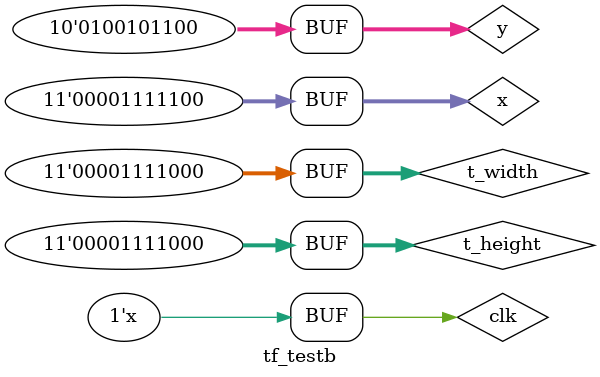
<source format=v>
`timescale 1ns / 1ps


module tf_testb;

	// Inputs
	reg clk;
	reg [10:0] t_height;
	reg [10:0] t_width;
	reg [10:0] x;
	reg [9:0] y;

	// Outputs
	wire [21:0] x_prod;
	wire [21:0] y_prod;

	// Instantiate the Unit Under Test (UUT)
	transform uut (
		.clk(clk), 
		.t_height(t_height), 
		.t_width(t_width), 
		.x(x), 
		.y(y), 
		.x_prod(x_prod), 
		.y_prod(y_prod)
	);
   always #5 clk = ~clk;
	initial begin
		// Initialize Inputs
		clk = 0;
		t_height = 0;
		t_width = 0;
		x = 0;
		y = 0;

		// Wait 100 ns for global reset to finish
		#100;
      t_height=120;
		t_width = 120;
		x = 124;
		y = 300;
		// Add stimulus here

	end
      
endmodule


</source>
